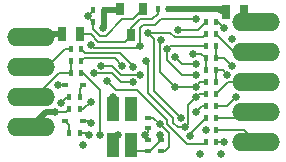
<source format=gbl>
G04 (created by PCBNEW (2013-04-19 BZR 4011)-stable) date 24/08/2014 15:37:21*
%MOIN*%
G04 Gerber Fmt 3.4, Leading zero omitted, Abs format*
%FSLAX34Y34*%
G01*
G70*
G90*
G04 APERTURE LIST*
%ADD10C,2.3622e-006*%
%ADD11R,0.0157X0.0236*%
%ADD12R,0.04X0.08*%
%ADD13R,0.0236X0.0157*%
%ADD14O,0.16X0.06*%
%ADD15R,0.0315X0.0394*%
%ADD16R,0.025X0.045*%
%ADD17C,0.025*%
%ADD18C,0.008*%
%ADD19C,0.02*%
G04 APERTURE END LIST*
G54D10*
G54D11*
X88473Y-63200D03*
X88827Y-63200D03*
G54D12*
X89750Y-66100D03*
X89750Y-67300D03*
X89150Y-67300D03*
X89150Y-66100D03*
G54D11*
X87723Y-64500D03*
X88077Y-64500D03*
X88473Y-62800D03*
X88827Y-62800D03*
X90977Y-62750D03*
X90623Y-62750D03*
X87723Y-64900D03*
X88077Y-64900D03*
X88027Y-66100D03*
X87673Y-66100D03*
G54D13*
X90750Y-67477D03*
X90750Y-67123D03*
X90300Y-66727D03*
X90300Y-66373D03*
G54D11*
X92577Y-66400D03*
X92223Y-66400D03*
X92577Y-65600D03*
X92223Y-65600D03*
X92577Y-67200D03*
X92223Y-67200D03*
X92577Y-65200D03*
X92223Y-65200D03*
X92577Y-63200D03*
X92223Y-63200D03*
X92577Y-64000D03*
X92223Y-64000D03*
X92577Y-63600D03*
X92223Y-63600D03*
X92577Y-64800D03*
X92223Y-64800D03*
X92577Y-66800D03*
X92223Y-66800D03*
X92577Y-66000D03*
X92223Y-66000D03*
X92223Y-64400D03*
X92577Y-64400D03*
X87723Y-64100D03*
X88077Y-64100D03*
G54D14*
X93900Y-63200D03*
X93900Y-64200D03*
X93900Y-65200D03*
X93900Y-66200D03*
X93900Y-67200D03*
X86400Y-63700D03*
X86400Y-64700D03*
X86400Y-65700D03*
X86400Y-66700D03*
G54D13*
X90300Y-67123D03*
X90300Y-67477D03*
G54D15*
X89750Y-63633D03*
X90125Y-62767D03*
X89375Y-62767D03*
G54D16*
X92900Y-62850D03*
X93500Y-62850D03*
X88050Y-63600D03*
X87450Y-63600D03*
G54D11*
X88027Y-66900D03*
X87673Y-66900D03*
X87673Y-65700D03*
X88027Y-65700D03*
G54D13*
X88150Y-66500D03*
X87550Y-66500D03*
X87550Y-65300D03*
X88150Y-65300D03*
G54D17*
X91400Y-66400D03*
X90300Y-63550D03*
X90250Y-64500D03*
X91550Y-66700D03*
X91900Y-65700D03*
X91700Y-67000D03*
X92223Y-66800D03*
X91900Y-63100D03*
X88400Y-63950D03*
X90050Y-64000D03*
X91900Y-66200D03*
X89800Y-65200D03*
X88500Y-64900D03*
X91200Y-64350D03*
X91900Y-64600D03*
X91300Y-63450D03*
X91200Y-65350D03*
X90750Y-63800D03*
X91900Y-65350D03*
X88750Y-64650D03*
X90050Y-64950D03*
X91900Y-64950D03*
X90950Y-64100D03*
X87400Y-65900D03*
X88950Y-65150D03*
X88350Y-66950D03*
X90200Y-66950D03*
X89300Y-66950D03*
X93250Y-65700D03*
X92850Y-63400D03*
X92850Y-67200D03*
X93100Y-64650D03*
X92950Y-64950D03*
X89800Y-64700D03*
X89450Y-64650D03*
X88700Y-66950D03*
X87300Y-65300D03*
X88400Y-66550D03*
X87200Y-66200D03*
X88800Y-63400D03*
X92050Y-67600D03*
X90700Y-66950D03*
X92750Y-62800D03*
X88400Y-65850D03*
X88150Y-67300D03*
X89150Y-65700D03*
X93100Y-63750D03*
X91800Y-64250D03*
X90700Y-66600D03*
X88300Y-63000D03*
X92750Y-67600D03*
G54D18*
X88650Y-63850D02*
X88400Y-63600D01*
X88650Y-63850D02*
X89533Y-63850D01*
X89750Y-63633D02*
X89533Y-63850D01*
X88400Y-63600D02*
X88050Y-63600D01*
X89750Y-63633D02*
X89750Y-63400D01*
X89750Y-63400D02*
X90050Y-63100D01*
X90050Y-63100D02*
X90450Y-63100D01*
X90450Y-63100D02*
X90623Y-62927D01*
X90623Y-62927D02*
X90623Y-62750D01*
X90300Y-63550D02*
X90500Y-63750D01*
X90500Y-65500D02*
X91400Y-66400D01*
X90500Y-63750D02*
X90500Y-65500D01*
X92223Y-63600D02*
X92123Y-63700D01*
X92123Y-63700D02*
X91200Y-63700D01*
X90300Y-63550D02*
X91050Y-63550D01*
X91050Y-63550D02*
X91200Y-63700D01*
X90250Y-64500D02*
X90300Y-64550D01*
X90300Y-64550D02*
X90300Y-65550D01*
X90300Y-65550D02*
X91150Y-66400D01*
X91900Y-65700D02*
X91650Y-65950D01*
X91650Y-66600D02*
X91550Y-66700D01*
X91650Y-65950D02*
X91650Y-66600D01*
X91550Y-66700D02*
X91300Y-66700D01*
X91150Y-66550D02*
X91150Y-66400D01*
X91300Y-66700D02*
X91150Y-66550D01*
X92000Y-65600D02*
X92223Y-65600D01*
X91900Y-65700D02*
X92000Y-65600D01*
X91700Y-67000D02*
X91700Y-66923D01*
X91700Y-66923D02*
X92223Y-66400D01*
X91900Y-63100D02*
X90750Y-63100D01*
X90050Y-64000D02*
X90050Y-63400D01*
X90550Y-63300D02*
X90750Y-63100D01*
X90150Y-63300D02*
X90550Y-63300D01*
X90050Y-63400D02*
X90150Y-63300D01*
X88500Y-64050D02*
X90000Y-64050D01*
X90000Y-64050D02*
X90050Y-64000D01*
X88400Y-63950D02*
X88500Y-64050D01*
X91900Y-66200D02*
X92100Y-66000D01*
X92100Y-66000D02*
X92223Y-66000D01*
X88500Y-64900D02*
X89100Y-64900D01*
X89100Y-64900D02*
X89400Y-65200D01*
X89400Y-65200D02*
X89800Y-65200D01*
X91300Y-63450D02*
X91973Y-63450D01*
X91973Y-63450D02*
X92223Y-63200D01*
X91450Y-64600D02*
X91900Y-64600D01*
X91200Y-64350D02*
X91450Y-64600D01*
X90750Y-63800D02*
X90700Y-63850D01*
X90700Y-63850D02*
X90700Y-64850D01*
X90700Y-64850D02*
X91200Y-65350D01*
X91200Y-65350D02*
X91900Y-65350D01*
X92050Y-65200D02*
X92223Y-65200D01*
X91900Y-65350D02*
X92050Y-65200D01*
X88750Y-64650D02*
X89100Y-64650D01*
X89400Y-64950D02*
X90050Y-64950D01*
X89100Y-64650D02*
X89400Y-64950D01*
X92223Y-64000D02*
X91050Y-64000D01*
X91050Y-64000D02*
X90950Y-64100D01*
X90950Y-64100D02*
X90950Y-64450D01*
X90950Y-64450D02*
X91450Y-64950D01*
X91450Y-64950D02*
X91900Y-64950D01*
X87673Y-65700D02*
X87600Y-65700D01*
X87600Y-65700D02*
X87400Y-65900D01*
X88950Y-65150D02*
X89250Y-65450D01*
X89250Y-65450D02*
X89950Y-65450D01*
X90950Y-66450D02*
X90950Y-66600D01*
X92173Y-67250D02*
X92223Y-67200D01*
X92173Y-67250D02*
X91600Y-67250D01*
X91600Y-67250D02*
X90950Y-66600D01*
X89950Y-65450D02*
X90950Y-66450D01*
X88027Y-66900D02*
X88300Y-66900D01*
X88300Y-66900D02*
X88350Y-66950D01*
X90300Y-67123D02*
X90300Y-67050D01*
X90300Y-67050D02*
X90200Y-66950D01*
X90300Y-66727D02*
X90300Y-66850D01*
X90300Y-66850D02*
X90200Y-66950D01*
X89150Y-67100D02*
X89150Y-67300D01*
X89300Y-66950D02*
X89150Y-67100D01*
X93900Y-63200D02*
X93850Y-63200D01*
X93850Y-63200D02*
X93500Y-62850D01*
X92950Y-66000D02*
X92577Y-66000D01*
X93250Y-65700D02*
X92950Y-66000D01*
X93900Y-67200D02*
X93500Y-66800D01*
X93500Y-66800D02*
X92577Y-66800D01*
X92577Y-63600D02*
X93177Y-64200D01*
X93177Y-64200D02*
X93900Y-64200D01*
X92577Y-63200D02*
X92650Y-63200D01*
X92650Y-63200D02*
X92850Y-63400D01*
X92577Y-67200D02*
X92850Y-67200D01*
X92577Y-64400D02*
X92850Y-64400D01*
X92850Y-64400D02*
X93100Y-64650D01*
X92577Y-64000D02*
X92577Y-64400D01*
X92577Y-64800D02*
X92800Y-64800D01*
X92800Y-64800D02*
X92950Y-64950D01*
X92577Y-64800D02*
X92577Y-65200D01*
X93900Y-65200D02*
X92977Y-65200D01*
X92977Y-65200D02*
X92577Y-65600D01*
X93900Y-66200D02*
X93700Y-66400D01*
X93700Y-66400D02*
X92577Y-66400D01*
X89375Y-64225D02*
X88202Y-64225D01*
X89800Y-64650D02*
X89375Y-64225D01*
X88202Y-64225D02*
X88077Y-64100D01*
X89800Y-64650D02*
X89800Y-64700D01*
X89800Y-64700D02*
X89800Y-64650D01*
X89200Y-64400D02*
X88177Y-64400D01*
X89200Y-64400D02*
X89450Y-64650D01*
X88177Y-64400D02*
X88077Y-64500D01*
X88077Y-64900D02*
X88150Y-64900D01*
X88700Y-66950D02*
X88700Y-65450D01*
X88150Y-64900D02*
X88700Y-65450D01*
X87550Y-65300D02*
X87300Y-65300D01*
X88150Y-66500D02*
X88350Y-66500D01*
X88350Y-66500D02*
X88400Y-66550D01*
X87200Y-66200D02*
X87573Y-66200D01*
X87573Y-66200D02*
X87673Y-66100D01*
G54D19*
X86400Y-66700D02*
X86900Y-66200D01*
X86900Y-66200D02*
X87200Y-66200D01*
G54D18*
X92900Y-62850D02*
X92850Y-62800D01*
X92850Y-62800D02*
X92750Y-62800D01*
G54D19*
X90977Y-62750D02*
X92700Y-62750D01*
X92700Y-62750D02*
X92750Y-62800D01*
X88827Y-63200D02*
X88827Y-63373D01*
X88827Y-63373D02*
X88800Y-63400D01*
X88827Y-62800D02*
X88827Y-63200D01*
X89375Y-62767D02*
X89342Y-62800D01*
X89342Y-62800D02*
X88827Y-62800D01*
G54D18*
X90750Y-67123D02*
X90750Y-67000D01*
X90750Y-67000D02*
X90700Y-66950D01*
X90300Y-67477D02*
X90373Y-67477D01*
X90727Y-67123D02*
X90750Y-67123D01*
X90373Y-67477D02*
X90727Y-67123D01*
X90300Y-67477D02*
X89927Y-67477D01*
X89927Y-67477D02*
X89750Y-67300D01*
X87723Y-64100D02*
X87550Y-64100D01*
X86950Y-64700D02*
X86400Y-64700D01*
X87550Y-64100D02*
X86950Y-64700D01*
X88027Y-65700D02*
X88027Y-65423D01*
X88027Y-65423D02*
X88150Y-65300D01*
X87673Y-66900D02*
X87673Y-66623D01*
X87673Y-66623D02*
X87550Y-66500D01*
G54D19*
X86400Y-63700D02*
X86500Y-63600D01*
X86500Y-63600D02*
X87450Y-63600D01*
G54D18*
X87723Y-64900D02*
X87723Y-64500D01*
X87723Y-64900D02*
X87350Y-64900D01*
X86550Y-65700D02*
X86400Y-65700D01*
X87350Y-64900D02*
X86550Y-65700D01*
X88027Y-66100D02*
X88150Y-66100D01*
X88150Y-66100D02*
X88400Y-65850D01*
X89150Y-66100D02*
X89150Y-65700D01*
X90700Y-66600D02*
X90473Y-66373D01*
X90700Y-66600D02*
X91000Y-66900D01*
X91000Y-66900D02*
X91000Y-67350D01*
X91000Y-67350D02*
X90873Y-67477D01*
X90125Y-62767D02*
X89792Y-63100D01*
X88473Y-63423D02*
X88473Y-63200D01*
X88700Y-63650D02*
X88473Y-63423D01*
X88900Y-63650D02*
X88700Y-63650D01*
X89450Y-63100D02*
X88900Y-63650D01*
X89792Y-63100D02*
X89450Y-63100D01*
X88473Y-63200D02*
X88473Y-63173D01*
X88473Y-63173D02*
X88300Y-63000D01*
X88473Y-62800D02*
X88473Y-62827D01*
X88473Y-62827D02*
X88300Y-63000D01*
X92073Y-64250D02*
X91800Y-64250D01*
X92073Y-64250D02*
X92223Y-64400D01*
X90473Y-66373D02*
X90300Y-66373D01*
X90873Y-67477D02*
X90750Y-67477D01*
X92223Y-64400D02*
X92223Y-64800D01*
M02*

</source>
